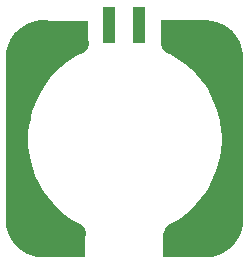
<source format=gbs>
%FSTAX44Y44*%
%MOMM*%
%SFA1B1*%

%IPPOS*%
%ADD11C,1.799996*%
%ADD12C,2.199996*%
%ADD13R,3.752892X2.021096*%
%ADD14R,3.564693X2.144396*%
%ADD15R,1.716897X13.842972*%
%ADD16R,3.811692X1.776896*%
%ADD17R,4.015892X2.021096*%
%ADD18R,1.314597X14.216172*%
%ADD19C,2.199996*%
%ADD31R,1.019998X3.169994*%
%LNpcb1-1*%
%LPD*%
G54D11*
X00029051Y00149963D02*
D01*
X00023445Y00147008*
X00018058Y00143669*
X00012918Y00139962*
X00008048Y00135905*
X00003473Y00131519*
X-00000783Y00126824*
X-00004703Y00121844*
X-00008265Y00116602*
X-00011454Y00111125*
X-00014252Y00105438*
X-00016647Y00099571*
X-00018627Y0009355*
X-00020182Y00087406*
X-00021305Y00081169*
X-0002199Y00074868*
X-00022234Y00068535*
X-00022035Y000622*
X-00021395Y00055895*
X-00020317Y0004965*
X-00018806Y00043495*
X-00016869Y0003746*
X-00014516Y00031576*
X-00014017Y00030466*
X00158743Y00078804D02*
D01*
X00157785Y00085069*
X00156391Y00091252*
X0015457Y00097322*
X0015233Y00103251*
X00149682Y00109009*
X00146638Y00114568*
X00143214Y00119901*
X00139427Y00124983*
X00135294Y00129788*
X00130836Y00134293*
X00126075Y00138476*
X00121034Y00142316*
X00115736Y00145796*
X00110209Y00148898*
X00107945Y00150027*
X00110514Y-00011611D02*
D01*
X00116029Y-00008489*
X00121313Y-00004989*
X0012634Y-0000113*
X00131086Y0000307*
X00135527Y00007592*
X00139641Y00012412*
X00143409Y00017508*
X00146813Y00022854*
X00149836Y00028425*
X00152462Y00034193*
X0015468Y0004013*
X00156478Y00046207*
X00157848Y00052395*
X00158783Y00058664*
X00159278Y00064982*
X00159332Y0007132*
X00158943Y00077645*
X00158114Y00083929*
X00156848Y00090139*
X00155153Y00096245*
X00153035Y00102219*
X00151146Y00106661*
X-00021615Y00058322D02*
D01*
X-00020657Y00052058*
X-00019263Y00045875*
X-00017442Y00039804*
X-00015202Y00033876*
X-00012554Y00028118*
X-0000951Y00022559*
X-00006086Y00017225*
X-00002299Y00012144*
X00001833Y00007339*
X00006291Y00002834*
X00011052Y-00001348*
X00016093Y-00005188*
X0002139Y-00008668*
X00026613Y-00011611*
G54D12*
X00018192Y00147097D02*
D01*
X00017453Y00148342*
X00016628Y00149532*
X00015722Y00150662*
X0001474Y00151726*
X00013686Y00152719*
X00012565Y00153635*
X00011383Y00154472*
X00010145Y00155223*
X00008858Y00155887*
X00007528Y00156459*
X00006161Y00156937*
X00004765Y00157319*
X00003344Y00157602*
X00001908Y00157786*
X00000463Y00157868*
X-00000984Y0015785*
X-00002427Y00157731*
X-00003859Y00157512*
X-00005271Y00157193*
X-00006658Y00156776*
X-00008012Y00156264*
X-00009327Y00155658*
X-00010597Y00154962*
X-00011815Y0015418*
X-00012976Y00153314*
X-00014074Y00152369*
X-00015102Y0015135*
X-00016058Y00150262*
X-00016935Y0014911*
X-00017729Y00147899*
X-00018437Y00146636*
X-00019056Y00145327*
X-00019581Y00143978*
X-00020011Y00142595*
X-00020344Y00141186*
X-00020578Y00139757*
X-00020711Y00138315*
X-00020743Y00136867*
X-00020674Y00135421*
X-00020505Y00133983*
X-00020235Y0013256*
X-00019867Y0013116*
X-00019403Y00129788*
X-00018844Y00128453*
X-00018192Y00127159*
X-00017453Y00125915*
X-00016628Y00124724*
X-00015722Y00123595*
X-0001474Y00122531*
X-00013686Y00121538*
X-00012565Y00120622*
X-00011383Y00119785*
X-00010699Y00119355*
X00147957Y00119434D02*
D01*
X00149165Y00120233*
X00150314Y00121114*
X001514Y00122072*
X00152415Y00123105*
X00153356Y00124205*
X00154218Y00125369*
X00154997Y00126589*
X00155688Y00127862*
X0015629Y00129179*
X00156797Y00130535*
X00157209Y00131923*
X00157524Y00133336*
X00157738Y00134768*
X00157853Y00136212*
X00157866Y0013766*
X00157779Y00139105*
X0015759Y0014054*
X00157303Y0014196*
X00156917Y00143355*
X00156434Y0014472*
X00155857Y00146048*
X00155189Y00147333*
X00154434Y00148568*
X00153594Y00149747*
X00152673Y00150865*
X00151677Y00151916*
X0015061Y00152895*
X00149477Y00153797*
X00148284Y00154618*
X00147037Y00155354*
X00145742Y00156*
X00144404Y00156555*
X00143031Y00157015*
X0014163Y00157379*
X00140206Y00157644*
X00138768Y00157808*
X00137321Y00157872*
X00135874Y00157835*
X00134432Y00157697*
X00133004Y00157459*
X00131596Y00157122*
X00130215Y00156687*
X00128867Y00156157*
X0012756Y00155535*
X00126299Y00154822*
X00125091Y00154024*
X00123942Y00153143*
X00122857Y00152184*
X00121842Y00151152*
X00120901Y00150052*
X00120039Y00148888*
X00119296Y00147729*
X00118935Y-00009968D02*
D01*
X00119675Y-00011213*
X001205Y-00012403*
X00121406Y-00013533*
X00122388Y-00014597*
X00123442Y-0001559*
X00124563Y-00016506*
X00125745Y-00017343*
X00126982Y-00018094*
X0012827Y-00018758*
X001296Y-0001933*
X00130966Y-00019808*
X00132363Y-0002019*
X00133783Y-00020473*
X0013522Y-00020657*
X00136665Y-00020739*
X00138113Y-00020721*
X00139556Y-00020602*
X00140988Y-00020382*
X001424Y-00020064*
X00143787Y-00019647*
X00145141Y-00019135*
X00146456Y-00018529*
X00147726Y-00017833*
X00148944Y-00017051*
X00150105Y-00016185*
X00151203Y-0001524*
X00152231Y-00014221*
X00153187Y-00013133*
X00154064Y-00011981*
X00154858Y-0001077*
X00155566Y-00009507*
X00156185Y-00008198*
X0015671Y-00006849*
X0015714Y-00005466*
X00157473Y-00004057*
X00157707Y-00002628*
X0015784Y-00001186*
X00157872Y0000026*
X00157803Y00001707*
X00157634Y00003145*
X00157364Y00004567*
X00156996Y00005968*
X00156532Y00007339*
X00155973Y00008675*
X00155321Y00009968*
X00154582Y00011213*
X00153757Y00012403*
X00152851Y00013533*
X00151869Y00014597*
X00150815Y0001559*
X00149694Y00016506*
X00148512Y00017343*
X00147828Y00017772*
X-00010828Y00017693D02*
D01*
X-00012036Y00016895*
X-00013185Y00016014*
X-0001427Y00015055*
X-00015286Y00014023*
X-00016227Y00012923*
X-00017089Y00011759*
X-00017868Y00010538*
X-00018559Y00009266*
X-0001916Y00007949*
X-00019668Y00006593*
X-0002008Y00005205*
X-00020395Y00003791*
X-00020609Y00002359*
X-00020724Y00000916*
X-00020737Y-00000531*
X-0002065Y-00001976*
X-00020461Y-00003411*
X-00020174Y-00004831*
X-00019788Y-00006226*
X-00019305Y-00007591*
X-00018728Y-00008919*
X-0001806Y-00010204*
X-00017305Y-00011439*
X-00016465Y-00012618*
X-00015544Y-00013736*
X-00014548Y-00014787*
X-00013481Y-00015766*
X-00012348Y-00016668*
X-00011155Y-00017489*
X-00009908Y-00018225*
X-00008613Y-00018871*
X-00007275Y-00019426*
X-00005902Y-00019886*
X-00004501Y-0002025*
X-00003077Y-00020515*
X-00001639Y-00020679*
X-00000192Y-00020743*
X00001254Y-00020706*
X00002695Y-00020568*
X00004124Y-0002033*
X00005532Y-00019993*
X00006913Y-00019558*
X0000826Y-00019028*
X00009568Y-00018406*
X00010828Y-00017693*
X00012036Y-00016895*
X00013185Y-00016014*
X0001427Y-00015055*
X00015286Y-00014023*
X00016227Y-00012923*
X00017089Y-00011759*
X00017831Y-00010601*
X00018192Y00147097D02*
D01*
X00017453Y00148342*
X00016628Y00149532*
X00015722Y00150662*
X0001474Y00151726*
X00013686Y00152719*
X00012565Y00153635*
X00011383Y00154472*
X00010145Y00155223*
X00008858Y00155887*
X00007528Y00156459*
X00006161Y00156937*
X00004765Y00157319*
X00003344Y00157602*
X00001908Y00157786*
X00000463Y00157868*
X-00000984Y0015785*
X-00002427Y00157731*
X-00003859Y00157512*
X-00005271Y00157193*
X-00006658Y00156776*
X-00008012Y00156264*
X-00009327Y00155658*
X-00010597Y00154962*
X-00011815Y0015418*
X-00012976Y00153314*
X-00014074Y00152369*
X-00015102Y0015135*
X-00016058Y00150262*
X-00016935Y0014911*
X-00017729Y00147899*
X-00018437Y00146636*
X-00019056Y00145327*
X-00019581Y00143978*
X-00020011Y00142595*
X-00020344Y00141186*
X-00020578Y00139757*
X-00020711Y00138315*
X-00020743Y00136867*
X-00020674Y00135421*
X-00020505Y00133983*
X-00020235Y0013256*
X-00019867Y0013116*
X-00019403Y00129788*
X-00018844Y00128453*
X-00018192Y00127159*
X-00017453Y00125915*
X-00016628Y00124724*
X-00015722Y00123595*
X-0001474Y00122531*
X-00013686Y00121538*
X-00012565Y00120622*
X-00011383Y00119785*
X-00010699Y00119355*
X-00013648Y00015622D02*
D01*
X-00014705Y00014632*
X-0001569Y00013571*
X-00016598Y00012443*
X-00017426Y00011255*
X-00018169Y00010012*
X-00018823Y0000872*
X-00019385Y00007386*
X-00019853Y00006015*
X-00020225Y00004616*
X-00020497Y00003194*
X-0002067Y00001756*
X-00020742Y0000031*
X-00020714Y-00001136*
X-00020584Y-00002579*
X-00020354Y-00004008*
X-00020025Y-00005418*
X-00019598Y-00006802*
X-00019075Y-00008153*
X-0001846Y-00009463*
X-00017755Y-00010728*
X-00016963Y-00011941*
X-00016089Y-00013095*
X-00015137Y-00014185*
X-0001411Y-00015207*
X-00013015Y-00016154*
X-00011856Y-00017023*
X-0001064Y-00017808*
X-00009372Y-00018507*
X-00008058Y-00019116*
X-00006705Y-00019631*
X-00005319Y-00020051*
X-00003907Y-00020373*
X-00002477Y-00020596*
X-00001034Y-00020719*
X00000413Y-00020741*
X00001859Y-00020661*
X00003295Y-00020481*
X00004716Y-00020201*
X00006114Y-00019823*
X00007482Y-00019348*
X00008813Y-00018779*
X00010102Y-00018119*
X00011341Y-0001737*
X00012525Y-00016536*
X00013648Y-00015622*
X00014705Y-00014632*
X0001569Y-00013571*
X00016598Y-00012443*
X00017426Y-00011255*
X00017838Y-00010588*
X00119337Y-00010669D02*
D01*
X00120125Y-00011884*
X00120995Y-00013041*
X00121945Y-00014135*
X00122968Y-0001516*
X0012406Y-0001611*
X00125215Y-00016983*
X00126429Y-00017772*
X00127695Y-00018475*
X00129007Y-00019088*
X00130358Y-00019608*
X00131742Y-00020033*
X00133153Y-0002036*
X00134583Y-00020587*
X00136025Y-00020714*
X00137473Y-00020741*
X00138919Y-00020666*
X00140356Y-00020491*
X00141778Y-00020216*
X00143177Y-00019842*
X00144546Y-00019372*
X00145879Y-00018807*
X0014717Y-00018151*
X00148412Y-00017406*
X00149598Y-00016577*
X00150724Y-00015666*
X00151784Y-0001468*
X00152773Y-00013622*
X00153685Y-00012497*
X00154516Y-00011311*
X00155263Y-00010071*
X00155921Y-00008781*
X00156488Y-00007449*
X00156961Y-0000608*
X00157336Y-00004682*
X00157614Y-00003261*
X00157791Y-00001824*
X00157868Y-00000378*
X00157844Y00001069*
X00157719Y00002511*
X00157494Y00003941*
X00157169Y00005353*
X00156747Y00006737*
X00156229Y0000809*
X00155618Y00009402*
X00154917Y00010669*
X0015413Y00011884*
X00153259Y00013041*
X0015231Y00014135*
X00151287Y0001516*
X00150253Y00016064*
X00147957Y00119434D02*
D01*
X00149165Y00120233*
X00150314Y00121114*
X001514Y00122072*
X00152415Y00123105*
X00153356Y00124205*
X00154218Y00125369*
X00154997Y00126589*
X00155688Y00127862*
X0015629Y00129179*
X00156797Y00130535*
X00157209Y00131923*
X00157524Y00133336*
X00157738Y00134768*
X00157853Y00136212*
X00157866Y0013766*
X00157779Y00139105*
X0015759Y0014054*
X00157303Y0014196*
X00156917Y00143355*
X00156434Y0014472*
X00155857Y00146048*
X00155189Y00147333*
X00154434Y00148568*
X00153594Y00149747*
X00152673Y00150865*
X00151677Y00151916*
X0015061Y00152895*
X00149477Y00153797*
X00148284Y00154618*
X00147037Y00155354*
X00145742Y00156*
X00144404Y00156555*
X00143031Y00157015*
X0014163Y00157379*
X00140206Y00157644*
X00138768Y00157808*
X00137321Y00157872*
X00135874Y00157835*
X00134432Y00157697*
X00133004Y00157459*
X00131596Y00157122*
X00130215Y00156687*
X00128867Y00156157*
X0012756Y00155535*
X00126299Y00154822*
X00125091Y00154024*
X00123942Y00153143*
X00122857Y00152184*
X00121842Y00151152*
X00120901Y00150052*
X00120039Y00148888*
X00119296Y00147729*
G54D13*
X00016833Y-00021613D03*
G54D14*
X00119304Y-00021395D03*
G54D15*
X-00023115Y00070424D03*
D03*
G54D16*
X00019057Y00159953D03*
D03*
G54D17*
X00118978Y00158742D03*
D03*
G54D18*
X00162244Y00068558D03*
D03*
G54D19*
X00137128Y00137128D03*
Y0D03*
X0D03*
Y00137128D03*
G54D31*
X00081259Y00164746D03*
X00055859D03*
M02*
</source>
